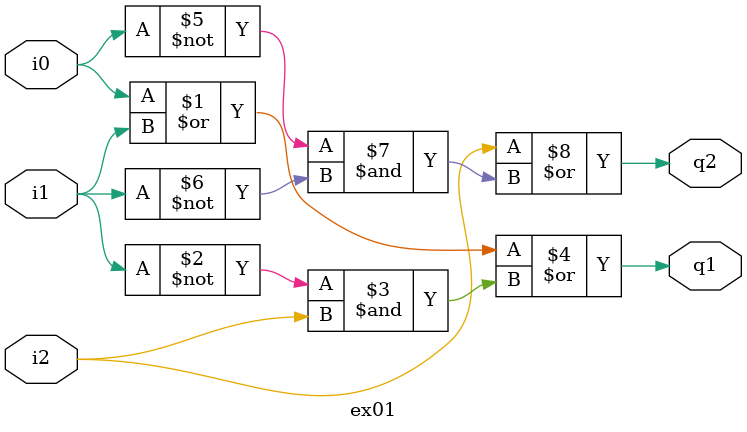
<source format=v>
module ex01 (i0, i1, i2, q1, q2);
input wire i0,i1,i2;
output wire q1,q2;

assign q1 = i0 | i1 |(~i1 & i2);
assign q2 = i2 | (~i0 & ~i1);


endmodule
</source>
